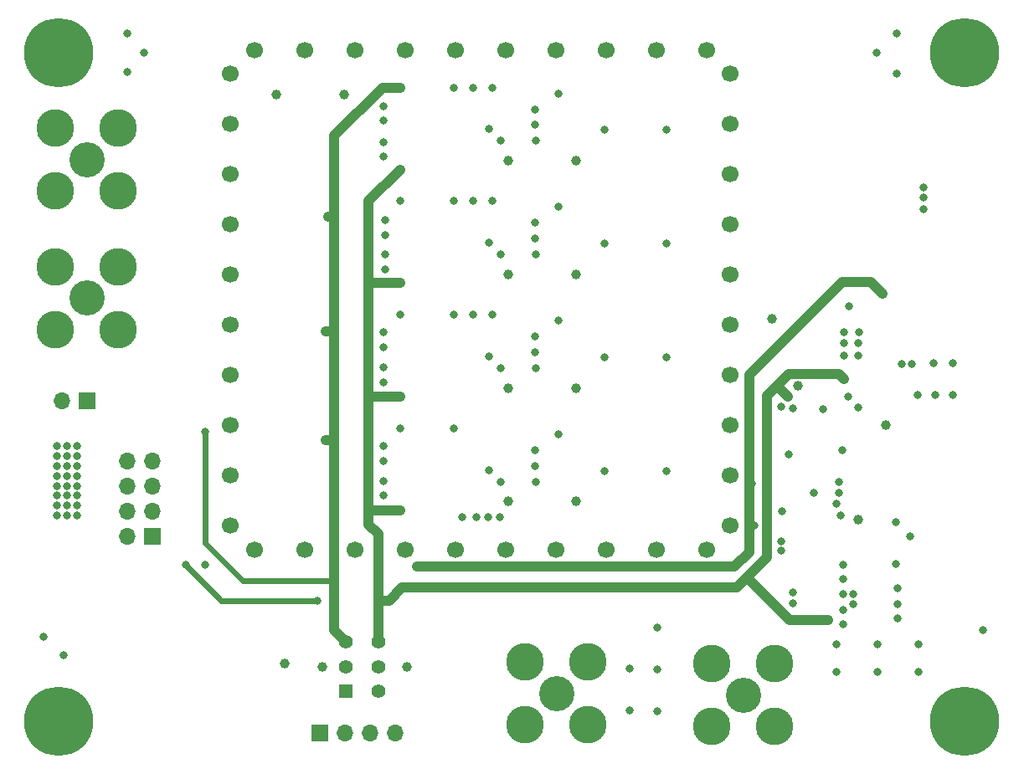
<source format=gbr>
G04 #@! TF.GenerationSoftware,KiCad,Pcbnew,6.0.0-rc1-unknown-589e1f6~66~ubuntu18.04.1*
G04 #@! TF.CreationDate,2018-11-04T22:43:28+01:00*
G04 #@! TF.ProjectId,Ntester,4e746573-7465-4722-9e6b-696361645f70,rev?*
G04 #@! TF.SameCoordinates,Original*
G04 #@! TF.FileFunction,Copper,L3,Inr*
G04 #@! TF.FilePolarity,Positive*
%FSLAX46Y46*%
G04 Gerber Fmt 4.6, Leading zero omitted, Abs format (unit mm)*
G04 Created by KiCad (PCBNEW 6.0.0-rc1-unknown-589e1f6~66~ubuntu18.04.1) date nie, 4 lis 2018, 22:43:28*
%MOMM*%
%LPD*%
G01*
G04 APERTURE LIST*
G04 #@! TA.AperFunction,ViaPad*
%ADD10C,3.810000*%
G04 #@! TD*
G04 #@! TA.AperFunction,ViaPad*
%ADD11C,3.556000*%
G04 #@! TD*
G04 #@! TA.AperFunction,ViaPad*
%ADD12O,1.700000X1.700000*%
G04 #@! TD*
G04 #@! TA.AperFunction,ViaPad*
%ADD13R,1.700000X1.700000*%
G04 #@! TD*
G04 #@! TA.AperFunction,ViaPad*
%ADD14C,1.000000*%
G04 #@! TD*
G04 #@! TA.AperFunction,ViaPad*
%ADD15C,1.400000*%
G04 #@! TD*
G04 #@! TA.AperFunction,ViaPad*
%ADD16R,1.400000X1.400000*%
G04 #@! TD*
G04 #@! TA.AperFunction,ViaPad*
%ADD17C,0.800000*%
G04 #@! TD*
G04 #@! TA.AperFunction,ViaPad*
%ADD18C,7.000000*%
G04 #@! TD*
G04 #@! TA.AperFunction,ViaPad*
%ADD19C,1.700000*%
G04 #@! TD*
G04 #@! TA.AperFunction,Conductor*
%ADD20C,0.600000*%
G04 #@! TD*
G04 #@! TA.AperFunction,Conductor*
%ADD21C,1.000000*%
G04 #@! TD*
G04 APERTURE END LIST*
D10*
G04 #@! TO.N,GND*
G04 #@! TO.C,J6*
X102575000Y-164375000D03*
X96225000Y-164375000D03*
X102575000Y-158025000D03*
D11*
G04 #@! TO.N,/GainBlock/1MHZ_OUT*
X99400000Y-161200000D03*
D10*
G04 #@! TO.N,GND*
X96225000Y-158025000D03*
G04 #@! TD*
D12*
G04 #@! TO.N,Net-(F2-Pad2)*
G04 #@! TO.C,J8*
X64220000Y-165000000D03*
G04 #@! TO.N,GND*
X61680000Y-165000000D03*
X59140000Y-165000000D03*
D13*
G04 #@! TO.N,Net-(F1-Pad2)*
X56600000Y-165000000D03*
G04 #@! TD*
D14*
G04 #@! TO.N,Net-(C79-Pad1)*
G04 #@! TO.C,TP18*
X82500000Y-141600000D03*
G04 #@! TD*
G04 #@! TO.N,Net-(Q4-Pad5)*
G04 #@! TO.C,TP17*
X75600000Y-141600000D03*
G04 #@! TD*
G04 #@! TO.N,Net-(Q3-Pad5)*
G04 #@! TO.C,TP13*
X75600000Y-130100000D03*
G04 #@! TD*
G04 #@! TO.N,Net-(C68-Pad1)*
G04 #@! TO.C,TP15*
X82500000Y-130100000D03*
G04 #@! TD*
G04 #@! TO.N,/InputAmplifier/IN_AMP*
G04 #@! TO.C,TP1*
X59000000Y-100400000D03*
G04 #@! TD*
G04 #@! TO.N,Net-(C57-Pad1)*
G04 #@! TO.C,TP16*
X82500000Y-118600000D03*
G04 #@! TD*
G04 #@! TO.N,Net-(Q2-Pad5)*
G04 #@! TO.C,TP14*
X75600000Y-118600000D03*
G04 #@! TD*
D15*
G04 #@! TO.N,-5V*
G04 #@! TO.C,SW1*
X62500000Y-155800000D03*
G04 #@! TO.N,Net-(C44-Pad1)*
X62500000Y-158300000D03*
X62500000Y-160800000D03*
G04 #@! TO.N,+5V*
X59200000Y-155800000D03*
G04 #@! TO.N,Net-(C43-Pad1)*
X59200000Y-158300000D03*
D16*
X59200000Y-160800000D03*
G04 #@! TD*
D14*
G04 #@! TO.N,+5V*
G04 #@! TO.C,TP12*
X58000000Y-149600000D03*
G04 #@! TD*
G04 #@! TO.N,-5V*
G04 #@! TO.C,TP11*
X62500000Y-151600000D03*
G04 #@! TD*
G04 #@! TO.N,GND*
G04 #@! TO.C,TP2*
X53000000Y-158000000D03*
G04 #@! TD*
G04 #@! TO.N,Net-(C32-Pad1)*
G04 #@! TO.C,TP10*
X111000000Y-143400000D03*
G04 #@! TD*
G04 #@! TO.N,Net-(R11-Pad2)*
G04 #@! TO.C,TP9*
X113800000Y-133900000D03*
G04 #@! TD*
G04 #@! TO.N,Net-(C17-Pad1)*
G04 #@! TO.C,TP8*
X102300000Y-123100000D03*
G04 #@! TD*
G04 #@! TO.N,Net-(C44-Pad1)*
G04 #@! TO.C,TP7*
X65400000Y-158300000D03*
G04 #@! TD*
G04 #@! TO.N,Net-(C43-Pad1)*
G04 #@! TO.C,TP6*
X56800000Y-158300000D03*
G04 #@! TD*
D17*
G04 #@! TO.N,Net-(H4-Pad1)*
G04 #@! TO.C,H4*
X32056155Y-161943845D03*
X30200000Y-161175000D03*
X28343845Y-161943845D03*
X27575000Y-163800000D03*
X28343845Y-165656155D03*
X30200000Y-166425000D03*
X32056155Y-165656155D03*
X32825000Y-163800000D03*
D18*
X30200000Y-163800000D03*
G04 #@! TD*
D17*
G04 #@! TO.N,Net-(H3-Pad1)*
G04 #@! TO.C,H3*
X32056155Y-94343845D03*
X30200000Y-93575000D03*
X28343845Y-94343845D03*
X27575000Y-96200000D03*
X28343845Y-98056155D03*
X30200000Y-98825000D03*
X32056155Y-98056155D03*
X32825000Y-96200000D03*
D18*
X30200000Y-96200000D03*
G04 #@! TD*
D17*
G04 #@! TO.N,Net-(H2-Pad1)*
G04 #@! TO.C,H2*
X123656155Y-161943845D03*
X121800000Y-161175000D03*
X119943845Y-161943845D03*
X119175000Y-163800000D03*
X119943845Y-165656155D03*
X121800000Y-166425000D03*
X123656155Y-165656155D03*
X124425000Y-163800000D03*
D18*
X121800000Y-163800000D03*
G04 #@! TD*
D17*
G04 #@! TO.N,Net-(H1-Pad1)*
G04 #@! TO.C,H1*
X123656155Y-94343845D03*
X121800000Y-93575000D03*
X119943845Y-94343845D03*
X119175000Y-96200000D03*
X119943845Y-98056155D03*
X121800000Y-98825000D03*
X123656155Y-98056155D03*
X124425000Y-96200000D03*
D18*
X121800000Y-96200000D03*
G04 #@! TD*
D14*
G04 #@! TO.N,GND*
G04 #@! TO.C,TP4*
X52200000Y-100400000D03*
G04 #@! TD*
G04 #@! TO.N,Net-(Q1-Pad5)*
G04 #@! TO.C,TP3*
X75600000Y-107100000D03*
G04 #@! TD*
G04 #@! TO.N,Net-(C12-Pad2)*
G04 #@! TO.C,TP5*
X82500000Y-107100000D03*
G04 #@! TD*
D10*
G04 #@! TO.N,GND*
G04 #@! TO.C,J3*
X29825000Y-110175000D03*
D11*
G04 #@! TO.N,/InputStage/IN_STG*
X33000000Y-107000000D03*
D10*
G04 #@! TO.N,GND*
X29825000Y-103825000D03*
X36175000Y-110175000D03*
X36175000Y-103825000D03*
G04 #@! TD*
G04 #@! TO.N,GND*
G04 #@! TO.C,J2*
X29825000Y-124175000D03*
D11*
G04 #@! TO.N,/InputStage/IN_STG*
X33000000Y-121000000D03*
D10*
G04 #@! TO.N,GND*
X29825000Y-117825000D03*
X36175000Y-124175000D03*
X36175000Y-117825000D03*
G04 #@! TD*
G04 #@! TO.N,GND*
G04 #@! TO.C,J5*
X77325000Y-164175000D03*
X77325000Y-157825000D03*
X83675000Y-164175000D03*
D11*
G04 #@! TO.N,/GainBlock/WB_OUT*
X80500000Y-161000000D03*
D10*
G04 #@! TO.N,GND*
X83675000Y-157825000D03*
G04 #@! TD*
D12*
G04 #@! TO.N,Net-(J4-Pad8)*
G04 #@! TO.C,J4*
X37100000Y-137460000D03*
G04 #@! TO.N,Net-(C2-Pad1)*
X39640000Y-137460000D03*
G04 #@! TO.N,Net-(J4-Pad6)*
X37100000Y-140000000D03*
G04 #@! TO.N,Net-(C2-Pad1)*
X39640000Y-140000000D03*
G04 #@! TO.N,Net-(J4-Pad4)*
X37100000Y-142540000D03*
G04 #@! TO.N,Net-(C2-Pad1)*
X39640000Y-142540000D03*
G04 #@! TO.N,Net-(J4-Pad2)*
X37100000Y-145080000D03*
D13*
G04 #@! TO.N,Net-(C2-Pad1)*
X39640000Y-145080000D03*
G04 #@! TD*
D12*
G04 #@! TO.N,GND*
G04 #@! TO.C,J1*
X30460000Y-131400000D03*
D13*
G04 #@! TO.N,/InputStage/IN_STG*
X33000000Y-131400000D03*
G04 #@! TD*
D19*
G04 #@! TO.N,GND*
G04 #@! TO.C,J7*
X49940000Y-95950000D03*
X49940000Y-146450000D03*
X47550000Y-98340000D03*
X98050000Y-98340000D03*
X95660000Y-95950000D03*
X95660000Y-146450000D03*
X47550000Y-144060000D03*
X98050000Y-144060000D03*
X55020000Y-95950000D03*
X55020000Y-146450000D03*
X47550000Y-103420000D03*
X98050000Y-103420000D03*
X90580000Y-95950000D03*
X90580000Y-146450000D03*
X47550000Y-138980000D03*
X98050000Y-138980000D03*
X60100000Y-95950000D03*
X60100000Y-146450000D03*
X47550000Y-108500000D03*
X98050000Y-108500000D03*
X85500000Y-95950000D03*
X85500000Y-146450000D03*
X47550000Y-133900000D03*
X98050000Y-133900000D03*
X65180000Y-95950000D03*
X65180000Y-146450000D03*
X47550000Y-113580000D03*
X98050000Y-113580000D03*
X80420000Y-95950000D03*
X80420000Y-146450000D03*
X47550000Y-128820000D03*
X98050000Y-128820000D03*
X70260000Y-95950000D03*
X70260000Y-146450000D03*
X47550000Y-118660000D03*
X98050000Y-118660000D03*
X75340000Y-95950000D03*
X75340000Y-146450000D03*
X47550000Y-123740000D03*
X98050000Y-123740000D03*
G04 #@! TD*
D17*
G04 #@! TO.N,GND*
X63000000Y-101600000D03*
X73700000Y-103900000D03*
X78300000Y-103500000D03*
X78300000Y-101900000D03*
X74900000Y-105100000D03*
X74000000Y-99700010D03*
X72100000Y-99700010D03*
X70100000Y-99700010D03*
X110000000Y-131000000D03*
X109400021Y-136400021D03*
X109100000Y-139600000D03*
X109100000Y-140700000D03*
X104400000Y-151900000D03*
X103200000Y-146600000D03*
X114800000Y-143700000D03*
X114800000Y-143700000D03*
X114800000Y-143700000D03*
X116300000Y-145100000D03*
X103300000Y-142600000D03*
X115000000Y-150400000D03*
X115000000Y-152000000D03*
X115000000Y-153400000D03*
X103200000Y-145600000D03*
X109500000Y-149400000D03*
X109500000Y-151000000D03*
X110500000Y-151000000D03*
X110500000Y-152000000D03*
X109500000Y-154000000D03*
X109500000Y-152600000D03*
X109500000Y-148000000D03*
X45000000Y-148000000D03*
X30000000Y-143000000D03*
X30000000Y-142000000D03*
X31000000Y-142000000D03*
X31000000Y-143000000D03*
X31000000Y-141000000D03*
X30000000Y-141000000D03*
X32000000Y-141000000D03*
X32000000Y-142000000D03*
X32000000Y-143000000D03*
X32000000Y-138000000D03*
X30000000Y-140000000D03*
X32000000Y-139000000D03*
X31000000Y-140000000D03*
X30000000Y-139000000D03*
X31000000Y-138000000D03*
X32000000Y-140000000D03*
X31000000Y-139000000D03*
X30000000Y-138000000D03*
X32000000Y-137000000D03*
X31000000Y-136000000D03*
X30000000Y-136000000D03*
X32000000Y-136000000D03*
X31000000Y-137000000D03*
X30000000Y-137000000D03*
X109600000Y-124500000D03*
X110100000Y-121800000D03*
X107457114Y-132242886D03*
X104400000Y-132200000D03*
X103200000Y-132000000D03*
X104014966Y-136799990D03*
X38800000Y-96200000D03*
X37100000Y-94200000D03*
X37100000Y-98100000D03*
X114900000Y-94200000D03*
X114900000Y-98300000D03*
X112900000Y-96200000D03*
X28600000Y-155300000D03*
X30700000Y-157175000D03*
X104441445Y-150834116D03*
X123600000Y-154600000D03*
X73700000Y-115400000D03*
X78300000Y-115000000D03*
X78300000Y-113400000D03*
X74900000Y-116600000D03*
X74000000Y-111200010D03*
X72100000Y-111200010D03*
X70100000Y-111200010D03*
X73700000Y-126900000D03*
X78300000Y-126500000D03*
X78300000Y-124900000D03*
X74900000Y-128100000D03*
X74000000Y-122700010D03*
X72100000Y-122700010D03*
X70100000Y-122700010D03*
X70100000Y-134200010D03*
X73700000Y-138400000D03*
X78300000Y-138000000D03*
X78300000Y-136400000D03*
X74900000Y-139600000D03*
X63000000Y-137500000D03*
X63000000Y-139500000D03*
X63000000Y-141000000D03*
X63000000Y-136000000D03*
X63000000Y-129500000D03*
X63000000Y-126000000D03*
X63000000Y-128000000D03*
X63000000Y-124500000D03*
X71000000Y-143200000D03*
X72400000Y-143200000D03*
X73600000Y-143200000D03*
X74800000Y-143200000D03*
X63200000Y-118100000D03*
X63200000Y-116600000D03*
X63200000Y-114600000D03*
X63200000Y-113100000D03*
X63000000Y-103000000D03*
X63000000Y-105200000D03*
X63000000Y-106700000D03*
X109600000Y-125600000D03*
X109600000Y-126800000D03*
X111000000Y-125600000D03*
X111000000Y-126800000D03*
X118600000Y-127600000D03*
X120600000Y-127600000D03*
X117000000Y-130800000D03*
X118800000Y-130800000D03*
X120600000Y-130800000D03*
X109200000Y-143000000D03*
X108800000Y-141800000D03*
G04 #@! TO.N,+5V*
X80700000Y-100300000D03*
X64699996Y-99700000D03*
X106500000Y-140700000D03*
X100300000Y-139799996D03*
X100500000Y-144000000D03*
X114799988Y-147900000D03*
X66400000Y-148200000D03*
X45000000Y-134500000D03*
X113500000Y-120600000D03*
X111100000Y-124500000D03*
X80700000Y-111800000D03*
X64699996Y-111200000D03*
X80700000Y-123300000D03*
X64699996Y-122700000D03*
X64699996Y-134200000D03*
X80700000Y-134800000D03*
X57400000Y-112800000D03*
X57200000Y-124400000D03*
X57200000Y-135400000D03*
G04 #@! TO.N,-5V*
X78400000Y-105100000D03*
X64700000Y-108000000D03*
X108000000Y-153600000D03*
X56300000Y-151600000D03*
X109600000Y-129200000D03*
D14*
X104900000Y-129900000D03*
D17*
X103900000Y-131000000D03*
X111000000Y-132100000D03*
X43000000Y-148000000D03*
X78400000Y-116600000D03*
X64700000Y-119500000D03*
X78400000Y-128100000D03*
X64700000Y-131000000D03*
X64700000Y-142500000D03*
X78400000Y-139600000D03*
G04 #@! TO.N,Net-(C12-Pad1)*
X91600000Y-104000000D03*
G04 #@! TO.N,Net-(C12-Pad2)*
X85400000Y-104000000D03*
G04 #@! TO.N,Net-(C24-Pad1)*
X117600000Y-110800000D03*
X117600000Y-109800000D03*
X117600000Y-112000000D03*
G04 #@! TO.N,Net-(C29-Pad1)*
X115400000Y-127700000D03*
X116400000Y-127700000D03*
G04 #@! TO.N,/GainBlock/WB_OUT*
X87925001Y-162760000D03*
X87925001Y-158530000D03*
G04 #@! TO.N,/GainBlock/1MHZ_OUT*
X108790000Y-158820000D03*
X113000000Y-158820000D03*
X117130000Y-158820000D03*
G04 #@! TO.N,Net-(C33-Pad1)*
X90725001Y-162820000D03*
X90725001Y-158560000D03*
X90725001Y-154330000D03*
G04 #@! TO.N,Net-(C35-Pad2)*
X112990000Y-156020000D03*
X108830000Y-156020000D03*
X117130000Y-156020000D03*
G04 #@! TO.N,Net-(C57-Pad1)*
X85400000Y-115500000D03*
G04 #@! TO.N,Net-(C60-Pad1)*
X91600000Y-115500000D03*
G04 #@! TO.N,Net-(C68-Pad1)*
X85400000Y-127000000D03*
G04 #@! TO.N,Net-(C71-Pad1)*
X91600000Y-127000000D03*
G04 #@! TO.N,Net-(C79-Pad1)*
X85400000Y-138500000D03*
G04 #@! TO.N,Net-(C82-Pad1)*
X91600000Y-138500000D03*
G04 #@! TD*
D20*
G04 #@! TO.N,+5V*
X100500000Y-144000000D02*
X99999989Y-144000000D01*
X100300000Y-139799996D02*
X100300000Y-139899989D01*
D21*
X99999989Y-144000000D02*
X99999989Y-140200000D01*
D20*
X100300000Y-139899989D02*
X99999989Y-140200000D01*
D21*
X58000000Y-154600000D02*
X58000000Y-149600000D01*
X59200000Y-155800000D02*
X58000000Y-154600000D01*
X66965685Y-148200000D02*
X66400000Y-148200000D01*
X99999989Y-144000000D02*
X99999989Y-146700011D01*
X99999989Y-146700011D02*
X98500000Y-148200000D01*
X98500000Y-148200000D02*
X66965685Y-148200000D01*
D20*
X45000000Y-145800000D02*
X45000000Y-134500000D01*
X58000000Y-149600000D02*
X48800000Y-149600000D01*
X48800000Y-149600000D02*
X45000000Y-145800000D01*
D21*
X62900000Y-99700000D02*
X64699996Y-99700000D01*
X58000000Y-104600000D02*
X62900000Y-99700000D01*
X57400000Y-112800000D02*
X58000000Y-112800000D01*
X58000000Y-120900000D02*
X58000000Y-112800000D01*
X58000000Y-112800000D02*
X58000000Y-104600000D01*
X57200000Y-124400000D02*
X58000000Y-124400000D01*
X58000000Y-124400000D02*
X58000000Y-121000000D01*
X58000000Y-149600000D02*
X58000000Y-135400000D01*
X57200000Y-135400000D02*
X58000000Y-135400000D01*
X58000000Y-135400000D02*
X58000000Y-124400000D01*
X112300000Y-119400000D02*
X113500000Y-120600000D01*
X109400000Y-119400000D02*
X112300000Y-119400000D01*
X99999989Y-140200000D02*
X99999989Y-128800011D01*
X99999989Y-128800011D02*
X109400000Y-119400000D01*
G04 #@! TO.N,-5V*
X99750000Y-149250000D02*
X100500000Y-148500000D01*
X108000000Y-153600000D02*
X104100000Y-153600000D01*
X104100000Y-153600000D02*
X99750000Y-149250000D01*
X62500000Y-151000000D02*
X62500000Y-155800000D01*
X63600000Y-151600000D02*
X62500000Y-151600000D01*
X64900000Y-150300000D02*
X63600000Y-151600000D01*
X100500000Y-148500000D02*
X98700000Y-150300000D01*
X98700000Y-150300000D02*
X64900000Y-150300000D01*
D20*
X56300000Y-151600000D02*
X47700000Y-151600000D01*
D21*
X109100000Y-128700000D02*
X109600000Y-129200000D01*
X104000000Y-128700000D02*
X109100000Y-128700000D01*
X100500000Y-148500000D02*
X101800000Y-147200000D01*
X101800000Y-147200000D02*
X101800000Y-130900000D01*
X102900000Y-130000000D02*
X103900000Y-131000000D01*
X102700000Y-130000000D02*
X102900000Y-130000000D01*
X101800000Y-130900000D02*
X102700000Y-130000000D01*
X102700000Y-130000000D02*
X104000000Y-128700000D01*
D20*
X47700000Y-151600000D02*
X46600000Y-151600000D01*
X46600000Y-151600000D02*
X43000000Y-148000000D01*
D21*
X61500000Y-143900000D02*
X62500000Y-144900000D01*
X62500000Y-144900000D02*
X62500000Y-150900000D01*
X64700000Y-108000000D02*
X61500000Y-111200000D01*
X64700000Y-142500000D02*
X61600000Y-142500000D01*
X61600000Y-142500000D02*
X61500000Y-142400000D01*
X61500000Y-142400000D02*
X61500000Y-143900000D01*
X64700000Y-131000000D02*
X61500000Y-131000000D01*
X61500000Y-131000000D02*
X61500000Y-142400000D01*
X61600000Y-119500000D02*
X61500000Y-119600000D01*
X64700000Y-119500000D02*
X61600000Y-119500000D01*
X61500000Y-111200000D02*
X61500000Y-119600000D01*
X61500000Y-119600000D02*
X61500000Y-131000000D01*
G04 #@! TD*
M02*

</source>
